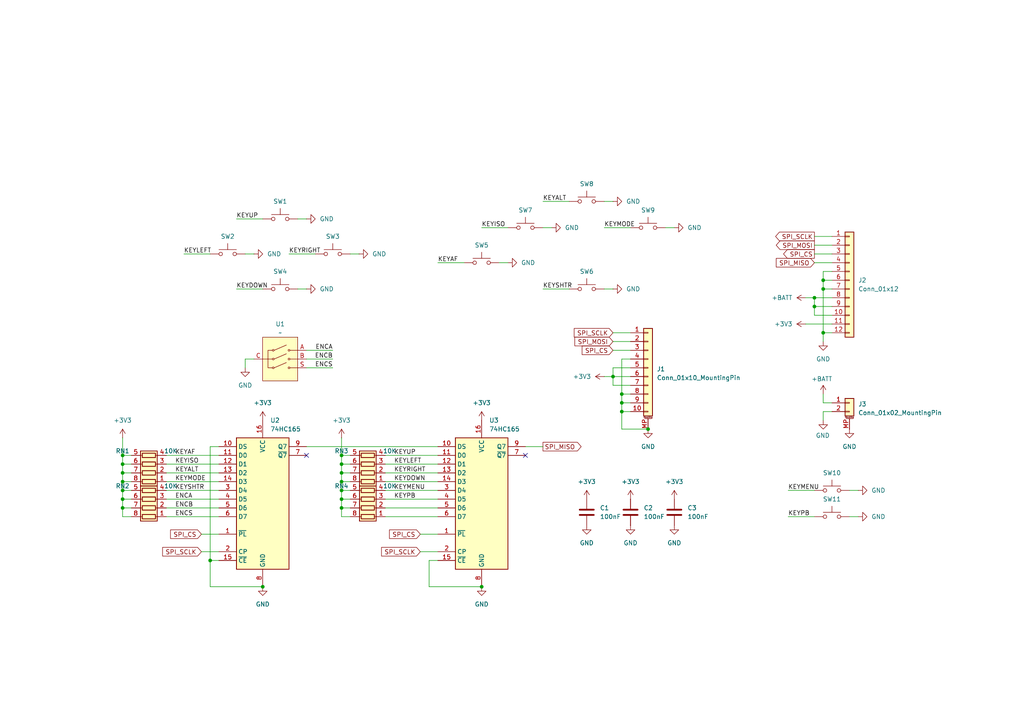
<source format=kicad_sch>
(kicad_sch (version 20231120) (generator "eeschema") (generator_version "8.0")
  (paper "A4")
  (title_block (title "Sitina 1 Grip Flex") (date "2024-06-09") (rev "R0.10") (company "Copyright 2024 Wenting Zhang"))
  (lib_symbols
    (symbol "+3V3_1" (power) (pin_names (offset 0))
      (property "Value" "+3V3_1" (at 0 3.556 0))
      (symbol "+3V3_1_0_1"
        (polyline (pts (xy -0.762 1.27) (xy 0 2.54)))
        (polyline (pts (xy 0 0) (xy 0 2.54)))
        (polyline (pts (xy 0 2.54) (xy 0.762 1.27)))
      )
      (symbol "+3V3_1_1_1"
        (pin power_in line (at 0 0 90) (length 0) hide (name "+3V3") (number "1"))
      )
    )
    (symbol "74xx:74HC165"
      (property "Reference" "U" (at -7.62 19.05 0))
      (property "Value" "74HC165" (at -7.62 -21.59 0))
      (symbol "74HC165_1_0"
        (pin input line (at -12.7 -10.16 0) (length 5.08) (name "~{PL}") (number "1"))
        (pin input line (at -12.7 15.24 0) (length 5.08) (name "DS") (number "10"))
        (pin input line (at -12.7 12.7 0) (length 5.08) (name "D0") (number "11"))
        (pin input line (at -12.7 10.16 0) (length 5.08) (name "D1") (number "12"))
        (pin input line (at -12.7 7.62 0) (length 5.08) (name "D2") (number "13"))
        (pin input line (at -12.7 5.08 0) (length 5.08) (name "D3") (number "14"))
        (pin input line (at -12.7 -17.78 0) (length 5.08) (name "~{CE}") (number "15"))
        (pin power_in line (at 0 22.86 270) (length 5.08) (name "VCC") (number "16"))
        (pin input line (at -12.7 -15.24 0) (length 5.08) (name "CP") (number "2"))
        (pin input line (at -12.7 2.54 0) (length 5.08) (name "D4") (number "3"))
        (pin input line (at -12.7 0 0) (length 5.08) (name "D5") (number "4"))
        (pin input line (at -12.7 -2.54 0) (length 5.08) (name "D6") (number "5"))
        (pin input line (at -12.7 -5.08 0) (length 5.08) (name "D7") (number "6"))
        (pin output line (at 12.7 12.7 180) (length 5.08) (name "~{Q7}") (number "7"))
        (pin power_in line (at 0 -25.4 90) (length 5.08) (name "GND") (number "8"))
        (pin output line (at 12.7 15.24 180) (length 5.08) (name "Q7") (number "9"))
      )
      (symbol "74HC165_1_1"
        (rectangle (start -7.62 17.78) (end 7.62 -20.32) (stroke (width 0.254)) (fill (type background)))
      )
    )
    (symbol "Connector_Generic:Conn_01x12" (pin_names (offset 1.016) hide)
      (property "Reference" "J" (at 0 15.24 0))
      (property "Value" "Conn_01x12" (at 0 -17.78 0))
      (symbol "Conn_01x12_1_1"
        (rectangle (start -1.27 -15.113) (end 0 -15.367) (stroke (width 0.1524)))
        (rectangle (start -1.27 -12.573) (end 0 -12.827) (stroke (width 0.1524)))
        (rectangle (start -1.27 -10.033) (end 0 -10.287) (stroke (width 0.1524)))
        (rectangle (start -1.27 -7.493) (end 0 -7.747) (stroke (width 0.1524)))
        (rectangle (start -1.27 -4.953) (end 0 -5.207) (stroke (width 0.1524)))
        (rectangle (start -1.27 -2.413) (end 0 -2.667) (stroke (width 0.1524)))
        (rectangle (start -1.27 0.127) (end 0 -0.127) (stroke (width 0.1524)))
        (rectangle (start -1.27 2.667) (end 0 2.413) (stroke (width 0.1524)))
        (rectangle (start -1.27 5.207) (end 0 4.953) (stroke (width 0.1524)))
        (rectangle (start -1.27 7.747) (end 0 7.493) (stroke (width 0.1524)))
        (rectangle (start -1.27 10.287) (end 0 10.033) (stroke (width 0.1524)))
        (rectangle (start -1.27 12.827) (end 0 12.573) (stroke (width 0.1524)))
        (rectangle (start -1.27 13.97) (end 1.27 -16.51) (stroke (width 0.254)) (fill (type background)))
        (pin passive line (at -5.08 12.7 0) (length 3.81) (name "Pin_1") (number "1"))
        (pin passive line (at -5.08 -10.16 0) (length 3.81) (name "Pin_10") (number "10"))
        (pin passive line (at -5.08 -12.7 0) (length 3.81) (name "Pin_11") (number "11"))
        (pin passive line (at -5.08 -15.24 0) (length 3.81) (name "Pin_12") (number "12"))
        (pin passive line (at -5.08 10.16 0) (length 3.81) (name "Pin_2") (number "2"))
        (pin passive line (at -5.08 7.62 0) (length 3.81) (name "Pin_3") (number "3"))
        (pin passive line (at -5.08 5.08 0) (length 3.81) (name "Pin_4") (number "4"))
        (pin passive line (at -5.08 2.54 0) (length 3.81) (name "Pin_5") (number "5"))
        (pin passive line (at -5.08 0 0) (length 3.81) (name "Pin_6") (number "6"))
        (pin passive line (at -5.08 -2.54 0) (length 3.81) (name "Pin_7") (number "7"))
        (pin passive line (at -5.08 -5.08 0) (length 3.81) (name "Pin_8") (number "8"))
        (pin passive line (at -5.08 -7.62 0) (length 3.81) (name "Pin_9") (number "9"))
      )
    )
    (symbol "Connector_Generic_MountingPin:Conn_01x02_MountingPin" (pin_names (offset 1.016) hide)
      (property "Reference" "J" (at 0 2.54 0))
      (property "Value" "Conn_01x02_MountingPin" (at 1.27 -5.08 0))
      (symbol "Conn_01x02_MountingPin_1_1"
        (rectangle (start -1.27 -2.413) (end 0 -2.667) (stroke (width 0.1524)))
        (rectangle (start -1.27 0.127) (end 0 -0.127) (stroke (width 0.1524)))
        (rectangle (start -1.27 1.27) (end 1.27 -3.81) (stroke (width 0.254)) (fill (type background)))
        (polyline (pts (xy -1.016 -4.572) (xy 1.016 -4.572)) (stroke (width 0.1524)))
        (text "Mounting" (at 0 -4.191 0) (effects (font (size 0.381 0.381))))
        (pin passive line (at -5.08 0 0) (length 3.81) (name "Pin_1") (number "1"))
        (pin passive line (at -5.08 -2.54 0) (length 3.81) (name "Pin_2") (number "2"))
        (pin passive line (at 0 -7.62 90) (length 3.048) (name "MountPin") (number "MP"))
      )
    )
    (symbol "Connector_Generic_MountingPin:Conn_01x10_MountingPin" (pin_names (offset 1.016) hide)
      (property "Reference" "J" (at 0 12.7 0))
      (property "Value" "Conn_01x10_MountingPin" (at 1.27 -15.24 0))
      (symbol "Conn_01x10_MountingPin_1_1"
        (rectangle (start -1.27 -12.573) (end 0 -12.827) (stroke (width 0.1524)))
        (rectangle (start -1.27 -10.033) (end 0 -10.287) (stroke (width 0.1524)))
        (rectangle (start -1.27 -7.493) (end 0 -7.747) (stroke (width 0.1524)))
        (rectangle (start -1.27 -4.953) (end 0 -5.207) (stroke (width 0.1524)))
        (rectangle (start -1.27 -2.413) (end 0 -2.667) (stroke (width 0.1524)))
        (rectangle (start -1.27 0.127) (end 0 -0.127) (stroke (width 0.1524)))
        (rectangle (start -1.27 2.667) (end 0 2.413) (stroke (width 0.1524)))
        (rectangle (start -1.27 5.207) (end 0 4.953) (stroke (width 0.1524)))
        (rectangle (start -1.27 7.747) (end 0 7.493) (stroke (width 0.1524)))
        (rectangle (start -1.27 10.287) (end 0 10.033) (stroke (width 0.1524)))
        (rectangle (start -1.27 11.43) (end 1.27 -13.97) (stroke (width 0.254)) (fill (type background)))
        (polyline (pts (xy -1.016 -14.732) (xy 1.016 -14.732)) (stroke (width 0.1524)))
        (text "Mounting" (at 0 -14.351 0) (effects (font (size 0.381 0.381))))
        (pin passive line (at -5.08 10.16 0) (length 3.81) (name "Pin_1") (number "1"))
        (pin passive line (at -5.08 -12.7 0) (length 3.81) (name "Pin_10") (number "10"))
        (pin passive line (at -5.08 7.62 0) (length 3.81) (name "Pin_2") (number "2"))
        (pin passive line (at -5.08 5.08 0) (length 3.81) (name "Pin_3") (number "3"))
        (pin passive line (at -5.08 2.54 0) (length 3.81) (name "Pin_4") (number "4"))
        (pin passive line (at -5.08 0 0) (length 3.81) (name "Pin_5") (number "5"))
        (pin passive line (at -5.08 -2.54 0) (length 3.81) (name "Pin_6") (number "6"))
        (pin passive line (at -5.08 -5.08 0) (length 3.81) (name "Pin_7") (number "7"))
        (pin passive line (at -5.08 -7.62 0) (length 3.81) (name "Pin_8") (number "8"))
        (pin passive line (at -5.08 -10.16 0) (length 3.81) (name "Pin_9") (number "9"))
        (pin passive line (at 0 -17.78 90) (length 3.048) (name "MountPin") (number "MP"))
      )
    )
    (symbol "Device:C" (pin_numbers hide) (pin_names (offset 0.254))
      (property "Reference" "C" (at 0.635 2.54 0))
      (property "Value" "C" (at 0.635 -2.54 0))
      (symbol "C_0_1"
        (polyline (pts (xy -2.032 -0.762) (xy 2.032 -0.762)) (stroke (width 0.508)))
        (polyline (pts (xy -2.032 0.762) (xy 2.032 0.762)) (stroke (width 0.508)))
      )
      (symbol "C_1_1"
        (pin passive line (at 0 3.81 270) (length 2.794) (name "~") (number "1"))
        (pin passive line (at 0 -3.81 90) (length 2.794) (name "~") (number "2"))
      )
    )
    (symbol "Device:R_Pack04" (pin_names (offset 0) hide)
      (property "Reference" "RN" (at -7.62 0 90))
      (property "Value" "R_Pack04" (at 5.08 0 90))
      (symbol "R_Pack04_0_1"
        (rectangle (start -6.35 -2.413) (end 3.81 2.413) (stroke (width 0.254)) (fill (type background)))
        (rectangle (start -5.715 1.905) (end -4.445 -1.905) (stroke (width 0.254)))
        (rectangle (start -3.175 1.905) (end -1.905 -1.905) (stroke (width 0.254)))
        (rectangle (start -0.635 1.905) (end 0.635 -1.905) (stroke (width 0.254)))
        (polyline (pts (xy -5.08 -2.54) (xy -5.08 -1.905)))
        (polyline (pts (xy -5.08 1.905) (xy -5.08 2.54)))
        (polyline (pts (xy -2.54 -2.54) (xy -2.54 -1.905)))
        (polyline (pts (xy -2.54 1.905) (xy -2.54 2.54)))
        (polyline (pts (xy 0 -2.54) (xy 0 -1.905)))
        (polyline (pts (xy 0 1.905) (xy 0 2.54)))
        (polyline (pts (xy 2.54 -2.54) (xy 2.54 -1.905)))
        (polyline (pts (xy 2.54 1.905) (xy 2.54 2.54)))
        (rectangle (start 1.905 1.905) (end 3.175 -1.905) (stroke (width 0.254)))
      )
      (symbol "R_Pack04_1_1"
        (pin passive line (at -5.08 -5.08 90) (length 2.54) (name "R1.1") (number "1"))
        (pin passive line (at -2.54 -5.08 90) (length 2.54) (name "R2.1") (number "2"))
        (pin passive line (at 0 -5.08 90) (length 2.54) (name "R3.1") (number "3"))
        (pin passive line (at 2.54 -5.08 90) (length 2.54) (name "R4.1") (number "4"))
        (pin passive line (at 2.54 5.08 270) (length 2.54) (name "R4.2") (number "5"))
        (pin passive line (at 0 5.08 270) (length 2.54) (name "R3.2") (number "6"))
        (pin passive line (at -2.54 5.08 270) (length 2.54) (name "R2.2") (number "7"))
        (pin passive line (at -5.08 5.08 270) (length 2.54) (name "R1.2") (number "8"))
      )
    )
    (symbol "Switch:SW_Push" (pin_numbers hide) (pin_names (offset 1.016) hide)
      (property "Reference" "SW" (at 1.27 2.54 0))
      (property "Value" "SW_Push" (at 0 -1.524 0))
      (symbol "SW_Push_0_1"
        (circle (center -2.032 0) (radius 0.508))
        (polyline (pts (xy 0 1.27) (xy 0 3.048)))
        (polyline (pts (xy 2.54 1.27) (xy -2.54 1.27)))
        (circle (center 2.032 0) (radius 0.508))
        (pin passive line (at -5.08 0 0) (length 2.54) (name "1") (number "1"))
        (pin passive line (at 5.08 0 180) (length 2.54) (name "2") (number "2"))
      )
    )
    (symbol "power:+3V3" (power) (pin_numbers hide) (pin_names (offset 0) hide)
      (property "Value" "+3V3" (at 0 3.556 0))
      (symbol "+3V3_0_1"
        (polyline (pts (xy -0.762 1.27) (xy 0 2.54)))
        (polyline (pts (xy 0 0) (xy 0 2.54)))
        (polyline (pts (xy 0 2.54) (xy 0.762 1.27)))
      )
      (symbol "+3V3_1_1"
        (pin power_in line (at 0 0 90) (length 0) (name "~") (number "1"))
      )
    )
    (symbol "power:+BATT" (power) (pin_names (offset 0))
      (property "Value" "+BATT" (at 0 3.556 0))
      (symbol "+BATT_0_1"
        (polyline (pts (xy -0.762 1.27) (xy 0 2.54)))
        (polyline (pts (xy 0 0) (xy 0 2.54)))
        (polyline (pts (xy 0 2.54) (xy 0.762 1.27)))
      )
      (symbol "+BATT_1_1"
        (pin power_in line (at 0 0 90) (length 0) hide (name "+BATT") (number "1"))
      )
    )
    (symbol "power:GND" (power) (pin_numbers hide) (pin_names (offset 0) hide)
      (property "Value" "GND" (at 0 -3.81 0))
      (symbol "GND_0_1"
        (polyline (pts (xy 0 0) (xy 0 -1.27) (xy 1.27 -1.27) (xy 0 -2.54) (xy -1.27 -1.27) (xy 0 -1.27)))
      )
      (symbol "GND_1_1"
        (pin power_in line (at 0 0 270) (length 0) (name "~") (number "1"))
      )
    )
    (symbol "symbols:SIQ-02FVS3"
      (property "Reference" "U" (at 0 0 0))
      (symbol "SIQ-02FVS3_0_1"
        (circle (center -2.032 -11.43) (radius 0.254))
        (circle (center -2.032 -8.89) (radius 0.254))
        (circle (center -2.032 -6.35) (radius 0.254))
        (polyline (pts (xy -2.286 -8.89) (xy -3.556 -8.89)))
        (polyline (pts (xy -1.778 -11.43) (xy 1.778 -9.906)))
        (polyline (pts (xy -1.778 -8.89) (xy 1.778 -7.366)))
        (polyline (pts (xy -1.778 -6.35) (xy 1.778 -4.826)))
        (polyline (pts (xy 2.794 -11.43) (xy 5.08 -11.43)))
        (polyline (pts (xy 2.794 -8.89) (xy 5.08 -8.89)))
        (polyline (pts (xy 2.794 -6.35) (xy 5.08 -6.35)))
        (polyline (pts (xy -3.556 -8.89) (xy -3.556 -11.43) (xy -2.286 -11.43)))
        (polyline (pts (xy -5.08 -8.89) (xy -3.556 -8.89) (xy -3.556 -6.35) (xy -2.286 -6.35)))
        (circle (center 2.54 -11.43) (radius 0.254))
        (circle (center 2.54 -8.89) (radius 0.254))
        (circle (center 2.54 -6.35) (radius 0.254))
      )
      (symbol "SIQ-02FVS3_1_1"
        (rectangle (start -5.08 -2.54) (end 5.08 -15.24) (fill (type background)))
        (pin input line (at 7.62 -6.35 180) (length 2.54) (name "") (number "A"))
        (pin input line (at 7.62 -8.89 180) (length 2.54) (name "") (number "B"))
        (pin input line (at -7.62 -8.89 0) (length 2.54) (name "") (number "C"))
        (pin input line (at 7.62 -11.43 180) (length 2.54) (name "") (number "S"))
      )
    )
  )
  (junction (at 60.96 162.56))
  (junction (at 35.56 137.16))
  (junction (at 76.2 170.18))
  (junction (at 236.22 86.36))
  (junction (at 177.8 109.22))
  (junction (at 35.56 139.7))
  (junction (at 236.22 88.9))
  (junction (at 35.56 132.08))
  (junction (at 180.34 116.84))
  (junction (at 187.96 124.46))
  (junction (at 99.06 137.16))
  (junction (at 238.76 83.82))
  (junction (at 139.7 170.18))
  (junction (at 99.06 147.32))
  (junction (at 238.76 96.52))
  (junction (at 35.56 147.32))
  (junction (at 35.56 134.62))
  (junction (at 180.34 114.3))
  (junction (at 99.06 132.08))
  (junction (at 99.06 142.24))
  (junction (at 35.56 144.78))
  (junction (at 99.06 139.7))
  (junction (at 180.34 119.38))
  (junction (at 99.06 134.62))
  (junction (at 99.06 144.78))
  (junction (at 238.76 81.28))
  (junction (at 35.56 142.24))
  (no_connect (at 88.9 132.08))
  (no_connect (at 152.4 132.08))
  (wire (pts (xy 177.8 96.52) (xy 182.88 96.52)))
  (wire (pts (xy 180.34 114.3) (xy 180.34 116.84)))
  (wire (pts (xy 236.22 88.9) (xy 236.22 86.36)))
  (wire (pts (xy 238.76 81.28) (xy 241.3 81.28)))
  (wire (pts (xy 99.06 144.78) (xy 101.6 144.78)))
  (wire (pts (xy 60.96 170.18) (xy 76.2 170.18)))
  (wire (pts (xy 236.22 73.66) (xy 241.3 73.66)))
  (wire (pts (xy 86.36 83.82) (xy 88.9 83.82)))
  (wire (pts (xy 99.06 139.7) (xy 99.06 142.24)))
  (wire (pts (xy 238.76 83.82) (xy 238.76 96.52)))
  (wire (pts (xy 35.56 142.24) (xy 38.1 142.24)))
  (wire (pts (xy 175.26 58.42) (xy 177.8 58.42)))
  (wire (pts (xy 175.26 83.82) (xy 177.8 83.82)))
  (wire (pts (xy 180.34 104.14) (xy 180.34 114.3)))
  (wire (pts (xy 35.56 137.16) (xy 38.1 137.16)))
  (wire (pts (xy 177.8 111.76) (xy 177.8 109.22)))
  (wire (pts (xy 180.34 119.38) (xy 182.88 119.38)))
  (wire (pts (xy 71.12 73.66) (xy 73.66 73.66)))
  (wire (pts (xy 175.26 66.04) (xy 182.88 66.04)))
  (wire (pts (xy 48.26 139.7) (xy 63.5 139.7)))
  (wire (pts (xy 121.92 154.94) (xy 127 154.94)))
  (wire (pts (xy 238.76 81.28) (xy 238.76 83.82)))
  (wire (pts (xy 35.56 134.62) (xy 38.1 134.62)))
  (wire (pts (xy 111.76 147.32) (xy 127 147.32)))
  (wire (pts (xy 180.34 116.84) (xy 182.88 116.84)))
  (wire (pts (xy 35.56 144.78) (xy 35.56 147.32)))
  (wire (pts (xy 101.6 73.66) (xy 104.14 73.66)))
  (wire (pts (xy 180.34 124.46) (xy 187.96 124.46)))
  (wire (pts (xy 35.56 137.16) (xy 35.56 139.7)))
  (wire (pts (xy 236.22 88.9) (xy 241.3 88.9)))
  (wire (pts (xy 101.6 149.86) (xy 99.06 149.86)))
  (wire (pts (xy 157.48 58.42) (xy 165.1 58.42)))
  (wire (pts (xy 99.06 132.08) (xy 101.6 132.08)))
  (wire (pts (xy 63.5 129.54) (xy 60.96 129.54)))
  (wire (pts (xy 71.12 104.14) (xy 71.12 106.68)))
  (wire (pts (xy 99.06 139.7) (xy 101.6 139.7)))
  (wire (pts (xy 58.42 154.94) (xy 63.5 154.94)))
  (wire (pts (xy 177.8 99.06) (xy 182.88 99.06)))
  (wire (pts (xy 121.92 160.02) (xy 127 160.02)))
  (wire (pts (xy 99.06 142.24) (xy 101.6 142.24)))
  (wire (pts (xy 175.26 109.22) (xy 177.8 109.22)))
  (wire (pts (xy 233.68 86.36) (xy 236.22 86.36)))
  (wire (pts (xy 182.88 111.76) (xy 177.8 111.76)))
  (wire (pts (xy 236.22 76.2) (xy 241.3 76.2)))
  (wire (pts (xy 228.6 149.86) (xy 236.22 149.86)))
  (wire (pts (xy 58.42 160.02) (xy 63.5 160.02)))
  (wire (pts (xy 35.56 139.7) (xy 38.1 139.7)))
  (wire (pts (xy 48.26 142.24) (xy 63.5 142.24)))
  (wire (pts (xy 35.56 144.78) (xy 38.1 144.78)))
  (wire (pts (xy 99.06 134.62) (xy 101.6 134.62)))
  (wire (pts (xy 111.76 139.7) (xy 127 139.7)))
  (wire (pts (xy 99.06 147.32) (xy 99.06 149.86)))
  (wire (pts (xy 238.76 119.38) (xy 238.76 121.92)))
  (wire (pts (xy 246.38 142.24) (xy 248.92 142.24)))
  (wire (pts (xy 88.9 106.68) (xy 96.52 106.68)))
  (wire (pts (xy 236.22 91.44) (xy 236.22 88.9)))
  (wire (pts (xy 48.26 147.32) (xy 63.5 147.32)))
  (wire (pts (xy 124.46 162.56) (xy 124.46 170.18)))
  (wire (pts (xy 241.3 119.38) (xy 238.76 119.38)))
  (wire (pts (xy 35.56 132.08) (xy 35.56 134.62)))
  (wire (pts (xy 238.76 78.74) (xy 238.76 81.28)))
  (wire (pts (xy 83.82 73.66) (xy 91.44 73.66)))
  (wire (pts (xy 193.04 66.04) (xy 195.58 66.04)))
  (wire (pts (xy 35.56 127) (xy 35.56 132.08)))
  (wire (pts (xy 152.4 129.54) (xy 157.48 129.54)))
  (wire (pts (xy 35.56 147.32) (xy 35.56 149.86)))
  (wire (pts (xy 127 76.2) (xy 134.62 76.2)))
  (wire (pts (xy 246.38 149.86) (xy 248.92 149.86)))
  (wire (pts (xy 60.96 129.54) (xy 60.96 162.56)))
  (wire (pts (xy 86.36 63.5) (xy 88.9 63.5)))
  (wire (pts (xy 177.8 101.6) (xy 182.88 101.6)))
  (wire (pts (xy 236.22 71.12) (xy 241.3 71.12)))
  (wire (pts (xy 157.48 66.04) (xy 160.02 66.04)))
  (wire (pts (xy 99.06 127) (xy 99.06 132.08)))
  (wire (pts (xy 35.56 142.24) (xy 35.56 144.78)))
  (wire (pts (xy 139.7 66.04) (xy 147.32 66.04)))
  (wire (pts (xy 35.56 147.32) (xy 38.1 147.32)))
  (wire (pts (xy 111.76 144.78) (xy 127 144.78)))
  (wire (pts (xy 88.9 129.54) (xy 127 129.54)))
  (wire (pts (xy 241.3 116.84) (xy 238.76 116.84)))
  (wire (pts (xy 236.22 86.36) (xy 241.3 86.36)))
  (wire (pts (xy 35.56 139.7) (xy 35.56 142.24)))
  (wire (pts (xy 35.56 132.08) (xy 38.1 132.08)))
  (wire (pts (xy 35.56 134.62) (xy 35.56 137.16)))
  (wire (pts (xy 38.1 149.86) (xy 35.56 149.86)))
  (wire (pts (xy 99.06 144.78) (xy 99.06 147.32)))
  (wire (pts (xy 68.58 63.5) (xy 76.2 63.5)))
  (wire (pts (xy 111.76 132.08) (xy 127 132.08)))
  (wire (pts (xy 233.68 93.98) (xy 241.3 93.98)))
  (wire (pts (xy 99.06 134.62) (xy 99.06 137.16)))
  (wire (pts (xy 111.76 142.24) (xy 127 142.24)))
  (wire (pts (xy 182.88 106.68) (xy 177.8 106.68)))
  (wire (pts (xy 60.96 162.56) (xy 63.5 162.56)))
  (wire (pts (xy 53.34 73.66) (xy 60.96 73.66)))
  (wire (pts (xy 177.8 106.68) (xy 177.8 109.22)))
  (wire (pts (xy 88.9 101.6) (xy 96.52 101.6)))
  (wire (pts (xy 99.06 142.24) (xy 99.06 144.78)))
  (wire (pts (xy 180.34 114.3) (xy 182.88 114.3)))
  (wire (pts (xy 177.8 109.22) (xy 182.88 109.22)))
  (wire (pts (xy 228.6 142.24) (xy 236.22 142.24)))
  (wire (pts (xy 99.06 147.32) (xy 101.6 147.32)))
  (wire (pts (xy 88.9 104.14) (xy 96.52 104.14)))
  (wire (pts (xy 111.76 134.62) (xy 127 134.62)))
  (wire (pts (xy 180.34 119.38) (xy 180.34 124.46)))
  (wire (pts (xy 241.3 91.44) (xy 236.22 91.44)))
  (wire (pts (xy 73.66 104.14) (xy 71.12 104.14)))
  (wire (pts (xy 180.34 116.84) (xy 180.34 119.38)))
  (wire (pts (xy 238.76 96.52) (xy 241.3 96.52)))
  (wire (pts (xy 99.06 137.16) (xy 99.06 139.7)))
  (wire (pts (xy 48.26 137.16) (xy 63.5 137.16)))
  (wire (pts (xy 144.78 76.2) (xy 147.32 76.2)))
  (wire (pts (xy 48.26 134.62) (xy 63.5 134.62)))
  (wire (pts (xy 60.96 162.56) (xy 60.96 170.18)))
  (wire (pts (xy 111.76 149.86) (xy 127 149.86)))
  (wire (pts (xy 99.06 137.16) (xy 101.6 137.16)))
  (wire (pts (xy 236.22 68.58) (xy 241.3 68.58)))
  (wire (pts (xy 48.26 149.86) (xy 63.5 149.86)))
  (wire (pts (xy 238.76 83.82) (xy 241.3 83.82)))
  (wire (pts (xy 68.58 83.82) (xy 76.2 83.82)))
  (wire (pts (xy 127 162.56) (xy 124.46 162.56)))
  (wire (pts (xy 48.26 132.08) (xy 63.5 132.08)))
  (wire (pts (xy 241.3 78.74) (xy 238.76 78.74)))
  (wire (pts (xy 124.46 170.18) (xy 139.7 170.18)))
  (wire (pts (xy 48.26 144.78) (xy 63.5 144.78)))
  (wire (pts (xy 238.76 96.52) (xy 238.76 99.06)))
  (wire (pts (xy 157.48 83.82) (xy 165.1 83.82)))
  (wire (pts (xy 111.76 137.16) (xy 127 137.16)))
  (wire (pts (xy 99.06 132.08) (xy 99.06 134.62)))
  (wire (pts (xy 238.76 116.84) (xy 238.76 114.3)))
  (wire (pts (xy 182.88 104.14) (xy 180.34 104.14)))
  (label "ENCS" (at 96.52 106.68 180))
  (label "KEYRIGHT" (at 83.82 73.66 0))
  (label "ENCB" (at 96.52 104.14 180))
  (label "KEYISO" (at 50.8 134.62 0))
  (label "KEYPB" (at 114.3 144.78 0))
  (label "KEYMENU" (at 228.6 142.24 0))
  (label "KEYMODE" (at 175.26 66.04 0))
  (label "KEYLEFT" (at 53.34 73.66 0))
  (label "KEYUP" (at 68.58 63.5 0))
  (label "KEYSHTR" (at 157.48 83.82 0))
  (label "KEYDOWN" (at 114.3 139.7 0))
  (label "KEYUP" (at 114.3 132.08 0))
  (label "KEYMODE" (at 50.8 139.7 0))
  (label "KEYALT" (at 50.8 137.16 0))
  (label "KEYISO" (at 139.7 66.04 0))
  (label "ENCA" (at 50.8 144.78 0))
  (label "ENCA" (at 96.52 101.6 180))
  (label "KEYALT" (at 157.48 58.42 0))
  (label "KEYLEFT" (at 114.3 134.62 0))
  (label "KEYMENU" (at 114.3 142.24 0))
  (label "KEYDOWN" (at 68.58 83.82 0))
  (label "KEYAF" (at 50.8 132.08 0))
  (label "KEYAF" (at 127 76.2 0))
  (label "KEYSHTR" (at 50.8 142.24 0))
  (label "ENCB" (at 50.8 147.32 0))
  (label "KEYRIGHT" (at 114.3 137.16 0))
  (label "KEYPB" (at 228.6 149.86 0))
  (label "ENCS" (at 50.8 149.86 0))
  (global_label "SPI_CS" (shape input) (at 58.42 154.94 180) (property "Intersheetrefs" "${INTERSHEET_REFS}" (effects (hide yes))))
  (global_label "SPI_SCLK" (shape input) (at 121.92 160.02 180) (property "Intersheetrefs" "${INTERSHEET_REFS}" (effects (hide yes))))
  (global_label "SPI_MISO" (shape input) (at 236.22 76.2 180) (property "Intersheetrefs" "${INTERSHEET_REFS}" (effects (hide yes))))
  (global_label "SPI_SCLK" (shape input) (at 177.8 96.52 180) (property "Intersheetrefs" "${INTERSHEET_REFS}" (effects (hide yes))))
  (global_label "SPI_MOSI" (shape input) (at 177.8 99.06 180) (property "Intersheetrefs" "${INTERSHEET_REFS}" (effects (hide yes))))
  (global_label "SPI_MISO" (shape output) (at 157.48 129.54 0) (property "Intersheetrefs" "${INTERSHEET_REFS}" (effects (hide yes))))
  (global_label "SPI_CS" (shape input) (at 177.8 101.6 180) (property "Intersheetrefs" "${INTERSHEET_REFS}" (effects (hide yes))))
  (global_label "SPI_CS" (shape output) (at 236.22 73.66 180) (property "Intersheetrefs" "${INTERSHEET_REFS}" (effects (hide yes))))
  (global_label "SPI_SCLK" (shape output) (at 236.22 68.58 180) (property "Intersheetrefs" "${INTERSHEET_REFS}" (effects (hide yes))))
  (global_label "SPI_CS" (shape input) (at 121.92 154.94 180) (property "Intersheetrefs" "${INTERSHEET_REFS}" (effects (hide yes))))
  (global_label "SPI_MOSI" (shape output) (at 236.22 71.12 180) (property "Intersheetrefs" "${INTERSHEET_REFS}" (effects (hide yes))))
  (global_label "SPI_SCLK" (shape input) (at 58.42 160.02 180) (property "Intersheetrefs" "${INTERSHEET_REFS}" (effects (hide yes))))
  (symbol (lib_id "Device:C") (at 195.58 148.59 0) (mirror y) (unit 1)
    (property "Reference" "C3" (at 199.39 147.3199 0) (effects (justify right)))
    (property "Value" "100nF" (at 199.39 149.8599 0) (effects (justify right)))
    (property "Footprint" "Capacitor_SMD:C_0402_1005Metric" (effects (hide yes)))
    (property "Description" "Unpolarized capacitor" (effects (hide yes)))
  )
  (symbol (lib_id "power:+3V3") (at 99.06 127 0) (unit 1)
    (property "Reference" "#PWR027" (effects (hide yes)))
    (property "Value" "+3V3" (at 99.06 121.92 0))
    (property "Description" "Power symbol creates a global label with name \"+3V3\"" (effects (hide yes)))
  )
  (symbol (lib_id "power:GND") (at 71.12 106.68 0) (unit 1)
    (property "Reference" "#PWR010" (effects (hide yes)))
    (property "Value" "GND" (at 71.12 111.76 0))
    (property "Description" "Power symbol creates a global label with name \"GND\" , ground" (effects (hide yes)))
  )
  (symbol (lib_id "power:GND") (at 238.76 99.06 0) (unit 1)
    (property "Reference" "#PWR030" (effects (hide yes)))
    (property "Value" "GND" (at 238.76 104.14 0))
  )
  (symbol (lib_id "power:GND") (at 88.9 83.82 90) (unit 1)
    (property "Reference" "#PWR03" (effects (hide yes)))
    (property "Value" "GND" (at 92.71 83.8199 90) (effects (justify right)))
    (property "Description" "Power symbol creates a global label with name \"GND\" , ground" (effects (hide yes)))
  )
  (symbol (lib_id "power:GND") (at 248.92 149.86 90) (unit 1)
    (property "Reference" "#PWR032" (effects (hide yes)))
    (property "Value" "GND" (at 252.73 149.8599 90) (effects (justify right)))
    (property "Description" "Power symbol creates a global label with name \"GND\" , ground" (effects (hide yes)))
  )
  (symbol (lib_id "Device:R_Pack04") (at 106.68 144.78 90) (unit 1)
    (property "Reference" "RN4" (at 99.06 140.97 90))
    (property "Value" "10K" (at 113.03 140.97 90))
    (property "Footprint" "Resistor_SMD:R_Array_Convex_4x0402" (effects (hide yes)))
  )
  (symbol (lib_id "Connector_Generic_MountingPin:Conn_01x02_MountingPin") (at 246.38 116.84 0) (unit 1)
    (property "Reference" "J3" (at 248.92 117.1955 0) (effects (justify left)))
    (property "Value" "Conn_01x02_MountingPin" (at 248.92 119.7355 0) (effects (justify left)))
    (property "Footprint" "Connector_JST:JST_PH_S2B-PH-SM4-TB_1x02-1MP_P2.00mm_Horizontal" (effects (hide yes)))
    (property "Description" "Generic connectable mounting pin connector, single row, 01x02, script generated (kicad-library-utils/schlib/autogen/connector/)" (effects (hide yes)))
  )
  (symbol (lib_id "power:+BATT") (at 233.68 86.36 90) (unit 1)
    (property "Reference" "#PWR028" (effects (hide yes)))
    (property "Value" "+BATT" (at 229.87 86.36 90) (effects (justify left)))
  )
  (symbol (lib_id "power:GND") (at 238.76 121.92 0) (mirror y) (unit 1)
    (property "Reference" "#PWR024" (effects (hide yes)))
    (property "Value" "GND" (at 238.633 126.3142 0))
  )
  (symbol (lib_id "power:+3V3") (at 35.56 127 0) (unit 1)
    (property "Reference" "#PWR026" (effects (hide yes)))
    (property "Value" "+3V3" (at 35.56 121.92 0))
    (property "Description" "Power symbol creates a global label with name \"+3V3\"" (effects (hide yes)))
  )
  (symbol (lib_id "power:+3V3") (at 195.58 144.78 0) (unit 1)
    (property "Reference" "#PWR020" (effects (hide yes)))
    (property "Value" "+3V3" (at 195.58 139.7 0))
    (property "Description" "Power symbol creates a global label with name \"+3V3\"" (effects (hide yes)))
  )
  (symbol (lib_id "Switch:SW_Push") (at 96.52 73.66 0) (unit 1)
    (property "Reference" "SW3" (at 96.52 68.58 0))
    (property "Footprint" "footprints:HX-TS5208A" (effects (hide yes)))
    (property "Description" "Push button switch, generic, two pins" (effects (hide yes)))
  )
  (symbol (lib_id "74xx:74HC165") (at 76.2 144.78 0) (unit 1)
    (property "Reference" "U2" (at 78.3941 121.92 0) (effects (justify left)))
    (property "Value" "74HC165" (at 78.3941 124.46 0) (effects (justify left)))
    (property "Footprint" "Package_SO:TSSOP-16_4.4x5mm_P0.65mm" (effects (hide yes)))
    (property "Datasheet" "https://assets.nexperia.com/documents/data-sheet/74HC_HCT165.pdf" (effects (hide yes)))
    (property "Description" "Shift Register, 8-bit, Parallel Load" (effects (hide yes)))
  )
  (symbol (lib_id "power:GND") (at 195.58 152.4 0) (unit 1)
    (property "Reference" "#PWR022" (effects (hide yes)))
    (property "Value" "GND" (at 195.58 157.48 0))
    (property "Description" "Power symbol creates a global label with name \"GND\" , ground" (effects (hide yes)))
  )
  (symbol (lib_id "power:+3V3") (at 182.88 144.78 0) (unit 1)
    (property "Reference" "#PWR019" (effects (hide yes)))
    (property "Value" "+3V3" (at 182.88 139.7 0))
    (property "Description" "Power symbol creates a global label with name \"+3V3\"" (effects (hide yes)))
  )
  (symbol (lib_id "Switch:SW_Push") (at 170.18 83.82 0) (unit 1)
    (property "Reference" "SW6" (at 170.18 78.74 0))
    (property "Footprint" "footprints:HX-TS5208A" (effects (hide yes)))
    (property "Description" "Push button switch, generic, two pins" (effects (hide yes)))
  )
  (symbol (lib_id "Switch:SW_Push") (at 241.3 149.86 0) (unit 1)
    (property "Reference" "SW11" (at 241.3 144.78 0))
    (property "Footprint" "footprints:HX-TS5208A" (effects (hide yes)))
    (property "Description" "Push button switch, generic, two pins" (effects (hide yes)))
  )
  (symbol (lib_id "Switch:SW_Push") (at 187.96 66.04 0) (unit 1)
    (property "Reference" "SW9" (at 187.96 60.96 0))
    (property "Footprint" "footprints:HX-TS5208A" (effects (hide yes)))
    (property "Description" "Push button switch, generic, two pins" (effects (hide yes)))
  )
  (symbol (lib_id "Switch:SW_Push") (at 170.18 58.42 0) (unit 1)
    (property "Reference" "SW8" (at 170.18 53.34 0))
    (property "Footprint" "footprints:HX-TS5208A" (effects (hide yes)))
    (property "Description" "Push button switch, generic, two pins" (effects (hide yes)))
  )
  (symbol (lib_name "+3V3_1") (lib_id "power:+3V3") (at 233.68 93.98 90) (unit 1)
    (property "Reference" "#PWR029" (effects (hide yes)))
    (property "Value" "+3V3" (at 229.87 93.98 90) (effects (justify left)))
  )
  (symbol (lib_id "power:GND") (at 248.92 142.24 90) (unit 1)
    (property "Reference" "#PWR031" (effects (hide yes)))
    (property "Value" "GND" (at 252.73 142.2399 90) (effects (justify right)))
    (property "Description" "Power symbol creates a global label with name \"GND\" , ground" (effects (hide yes)))
  )
  (symbol (lib_id "Switch:SW_Push") (at 241.3 142.24 0) (unit 1)
    (property "Reference" "SW10" (at 241.3 137.16 0))
    (property "Footprint" "footprints:HX-TS5208A" (effects (hide yes)))
    (property "Description" "Push button switch, generic, two pins" (effects (hide yes)))
  )
  (symbol (lib_id "Switch:SW_Push") (at 81.28 83.82 0) (unit 1)
    (property "Reference" "SW4" (at 81.28 78.74 0))
    (property "Footprint" "footprints:HX-TS5208A" (effects (hide yes)))
    (property "Description" "Push button switch, generic, two pins" (effects (hide yes)))
  )
  (symbol (lib_id "power:+BATT") (at 238.76 114.3 0) (mirror y) (unit 1)
    (property "Reference" "#PWR023" (effects (hide yes)))
    (property "Value" "+BATT" (at 238.379 109.9058 0))
  )
  (symbol (lib_id "Device:C") (at 182.88 148.59 0) (mirror y) (unit 1)
    (property "Reference" "C2" (at 186.69 147.3199 0) (effects (justify right)))
    (property "Value" "100nF" (at 186.69 149.8599 0) (effects (justify right)))
    (property "Footprint" "Capacitor_SMD:C_0402_1005Metric" (effects (hide yes)))
    (property "Description" "Unpolarized capacitor" (effects (hide yes)))
  )
  (symbol (lib_id "power:GND") (at 195.58 66.04 90) (unit 1)
    (property "Reference" "#PWR09" (effects (hide yes)))
    (property "Value" "GND" (at 199.39 66.0399 90) (effects (justify right)))
    (property "Description" "Power symbol creates a global label with name \"GND\" , ground" (effects (hide yes)))
  )
  (symbol (lib_id "Connector_Generic:Conn_01x12") (at 246.38 81.28 0) (unit 1)
    (property "Reference" "J2" (at 248.92 81.2799 0) (effects (justify left)))
    (property "Value" "Conn_01x12" (at 248.92 83.8199 0) (effects (justify left)))
    (property "Footprint" "footprints:FPC_12" (effects (hide yes)))
    (property "Description" "Generic connector, single row, 01x12, script generated (kicad-library-utils/schlib/autogen/connector/)" (effects (hide yes)))
  )
  (symbol (lib_id "power:GND") (at 73.66 73.66 90) (unit 1)
    (property "Reference" "#PWR04" (effects (hide yes)))
    (property "Value" "GND" (at 77.47 73.6599 90) (effects (justify right)))
    (property "Description" "Power symbol creates a global label with name \"GND\" , ground" (effects (hide yes)))
  )
  (symbol (lib_id "power:GND") (at 160.02 66.04 90) (unit 1)
    (property "Reference" "#PWR07" (effects (hide yes)))
    (property "Value" "GND" (at 163.83 66.0399 90) (effects (justify right)))
    (property "Description" "Power symbol creates a global label with name \"GND\" , ground" (effects (hide yes)))
  )
  (symbol (lib_id "power:GND") (at 104.14 73.66 90) (unit 1)
    (property "Reference" "#PWR02" (effects (hide yes)))
    (property "Value" "GND" (at 107.95 73.6599 90) (effects (justify right)))
    (property "Description" "Power symbol creates a global label with name \"GND\" , ground" (effects (hide yes)))
  )
  (symbol (lib_id "Connector_Generic_MountingPin:Conn_01x10_MountingPin") (at 187.96 106.68 0) (unit 1)
    (property "Reference" "J1" (at 190.5 107.0355 0) (effects (justify left)))
    (property "Value" "Conn_01x10_MountingPin" (at 190.5 109.5755 0) (effects (justify left)))
    (property "Footprint" "Connector_FFC-FPC:Hirose_FH12-10S-0.5SH_1x10-1MP_P0.50mm_Horizontal" (effects (hide yes)))
    (property "Description" "Generic connectable mounting pin connector, single row, 01x10, script generated (kicad-library-utils/schlib/autogen/connector/)" (effects (hide yes)))
  )
  (symbol (lib_id "power:+3V3") (at 175.26 109.22 90) (unit 1)
    (property "Reference" "#PWR016" (effects (hide yes)))
    (property "Value" "+3V3" (at 171.45 109.2199 90) (effects (justify left)))
    (property "Description" "Power symbol creates a global label with name \"+3V3\"" (effects (hide yes)))
  )
  (symbol (lib_id "symbols:SIQ-02FVS3") (at 81.28 95.25 0) (unit 1)
    (property "Reference" "U1" (at 81.28 93.98 0))
    (property "Value" "~" (at 81.28 96.52 0))
    (property "Footprint" "footprints:SIQ-02FVS3_L" (effects (hide yes)))
  )
  (symbol (lib_id "power:GND") (at 182.88 152.4 0) (unit 1)
    (property "Reference" "#PWR021" (effects (hide yes)))
    (property "Value" "GND" (at 182.88 157.48 0))
    (property "Description" "Power symbol creates a global label with name \"GND\" , ground" (effects (hide yes)))
  )
  (symbol (lib_id "power:GND") (at 76.2 170.18 0) (unit 1)
    (property "Reference" "#PWR013" (effects (hide yes)))
    (property "Value" "GND" (at 76.2 175.26 0))
    (property "Description" "Power symbol creates a global label with name \"GND\" , ground" (effects (hide yes)))
  )
  (symbol (lib_id "power:GND") (at 139.7 170.18 0) (unit 1)
    (property "Reference" "#PWR014" (effects (hide yes)))
    (property "Value" "GND" (at 139.7 175.26 0))
    (property "Description" "Power symbol creates a global label with name \"GND\" , ground" (effects (hide yes)))
  )
  (symbol (lib_id "power:GND") (at 177.8 83.82 90) (unit 1)
    (property "Reference" "#PWR06" (effects (hide yes)))
    (property "Value" "GND" (at 181.61 83.8199 90) (effects (justify right)))
    (property "Description" "Power symbol creates a global label with name \"GND\" , ground" (effects (hide yes)))
  )
  (symbol (lib_id "Device:R_Pack04") (at 43.18 144.78 90) (unit 1)
    (property "Reference" "RN2" (at 35.56 140.97 90))
    (property "Value" "10K" (at 49.53 140.97 90))
    (property "Footprint" "Resistor_SMD:R_Array_Convex_4x0402" (effects (hide yes)))
  )
  (symbol (lib_id "Switch:SW_Push") (at 139.7 76.2 0) (unit 1)
    (property "Reference" "SW5" (at 139.7 71.12 0))
    (property "Footprint" "footprints:HX-TS5208A" (effects (hide yes)))
    (property "Description" "Push button switch, generic, two pins" (effects (hide yes)))
  )
  (symbol (lib_id "power:+3V3") (at 139.7 121.92 0) (unit 1)
    (property "Reference" "#PWR012" (effects (hide yes)))
    (property "Value" "+3V3" (at 139.7 116.84 0))
    (property "Description" "Power symbol creates a global label with name \"+3V3\"" (effects (hide yes)))
  )
  (symbol (lib_id "Device:R_Pack04") (at 106.68 134.62 90) (unit 1)
    (property "Reference" "RN3" (at 99.06 130.81 90))
    (property "Value" "10K" (at 113.03 130.81 90))
    (property "Footprint" "Resistor_SMD:R_Array_Convex_4x0402" (effects (hide yes)))
  )
  (symbol (lib_id "power:GND") (at 88.9 63.5 90) (unit 1)
    (property "Reference" "#PWR01" (effects (hide yes)))
    (property "Value" "GND" (at 92.71 63.4999 90) (effects (justify right)))
    (property "Description" "Power symbol creates a global label with name \"GND\" , ground" (effects (hide yes)))
  )
  (symbol (lib_id "Switch:SW_Push") (at 81.28 63.5 0) (unit 1)
    (property "Reference" "SW1" (at 81.28 58.42 0))
    (property "Footprint" "footprints:HX-TS5208A" (effects (hide yes)))
    (property "Description" "Push button switch, generic, two pins" (effects (hide yes)))
  )
  (symbol (lib_id "power:+3V3") (at 170.18 144.78 0) (unit 1)
    (property "Reference" "#PWR018" (effects (hide yes)))
    (property "Value" "+3V3" (at 170.18 139.7 0))
    (property "Description" "Power symbol creates a global label with name \"+3V3\"" (effects (hide yes)))
  )
  (symbol (lib_id "74xx:74HC165") (at 139.7 144.78 0) (unit 1)
    (property "Reference" "U3" (at 141.8941 121.92 0) (effects (justify left)))
    (property "Value" "74HC165" (at 141.8941 124.46 0) (effects (justify left)))
    (property "Footprint" "Package_SO:TSSOP-16_4.4x5mm_P0.65mm" (effects (hide yes)))
    (property "Datasheet" "https://assets.nexperia.com/documents/data-sheet/74HC_HCT165.pdf" (effects (hide yes)))
    (property "Description" "Shift Register, 8-bit, Parallel Load" (effects (hide yes)))
  )
  (symbol (lib_id "Device:R_Pack04") (at 43.18 134.62 90) (unit 1)
    (property "Reference" "RN1" (at 35.56 130.81 90))
    (property "Value" "10K" (at 49.53 130.81 90))
    (property "Footprint" "Resistor_SMD:R_Array_Convex_4x0402" (effects (hide yes)))
  )
  (symbol (lib_id "Switch:SW_Push") (at 152.4 66.04 0) (unit 1)
    (property "Reference" "SW7" (at 152.4 60.96 0))
    (property "Footprint" "footprints:HX-TS5208A" (effects (hide yes)))
    (property "Description" "Push button switch, generic, two pins" (effects (hide yes)))
  )
  (symbol (lib_id "power:GND") (at 147.32 76.2 90) (unit 1)
    (property "Reference" "#PWR05" (effects (hide yes)))
    (property "Value" "GND" (at 151.13 76.1999 90) (effects (justify right)))
    (property "Description" "Power symbol creates a global label with name \"GND\" , ground" (effects (hide yes)))
  )
  (symbol (lib_id "power:GND") (at 170.18 152.4 0) (unit 1)
    (property "Reference" "#PWR017" (effects (hide yes)))
    (property "Value" "GND" (at 170.18 157.48 0))
    (property "Description" "Power symbol creates a global label with name \"GND\" , ground" (effects (hide yes)))
  )
  (symbol (lib_id "power:+3V3") (at 76.2 121.92 0) (unit 1)
    (property "Reference" "#PWR011" (effects (hide yes)))
    (property "Value" "+3V3" (at 76.2 116.84 0))
    (property "Description" "Power symbol creates a global label with name \"+3V3\"" (effects (hide yes)))
  )
  (symbol (lib_id "power:GND") (at 187.96 124.46 0) (unit 1)
    (property "Reference" "#PWR015" (effects (hide yes)))
    (property "Value" "GND" (at 187.96 129.54 0))
    (property "Description" "Power symbol creates a global label with name \"GND\" , ground" (effects (hide yes)))
  )
  (symbol (lib_id "Device:C") (at 170.18 148.59 0) (mirror y) (unit 1)
    (property "Reference" "C1" (at 173.99 147.3199 0) (effects (justify right)))
    (property "Value" "100nF" (at 173.99 149.8599 0) (effects (justify right)))
    (property "Footprint" "Capacitor_SMD:C_0402_1005Metric" (effects (hide yes)))
    (property "Description" "Unpolarized capacitor" (effects (hide yes)))
  )
  (symbol (lib_id "power:GND") (at 246.38 124.46 0) (unit 1)
    (property "Reference" "#PWR025" (effects (hide yes)))
    (property "Value" "GND" (at 246.38 129.54 0))
    (property "Description" "Power symbol creates a global label with name \"GND\" , ground" (effects (hide yes)))
  )
  (symbol (lib_id "power:GND") (at 177.8 58.42 90) (unit 1)
    (property "Reference" "#PWR08" (effects (hide yes)))
    (property "Value" "GND" (at 181.61 58.4199 90) (effects (justify right)))
    (property "Description" "Power symbol creates a global label with name \"GND\" , ground" (effects (hide yes)))
  )
  (symbol (lib_id "Switch:SW_Push") (at 66.04 73.66 0) (unit 1)
    (property "Reference" "SW2" (at 66.04 68.58 0))
    (property "Footprint" "footprints:HX-TS5208A" (effects (hide yes)))
    (property "Description" "Push button switch, generic, two pins" (effects (hide yes)))
  )
)
</source>
